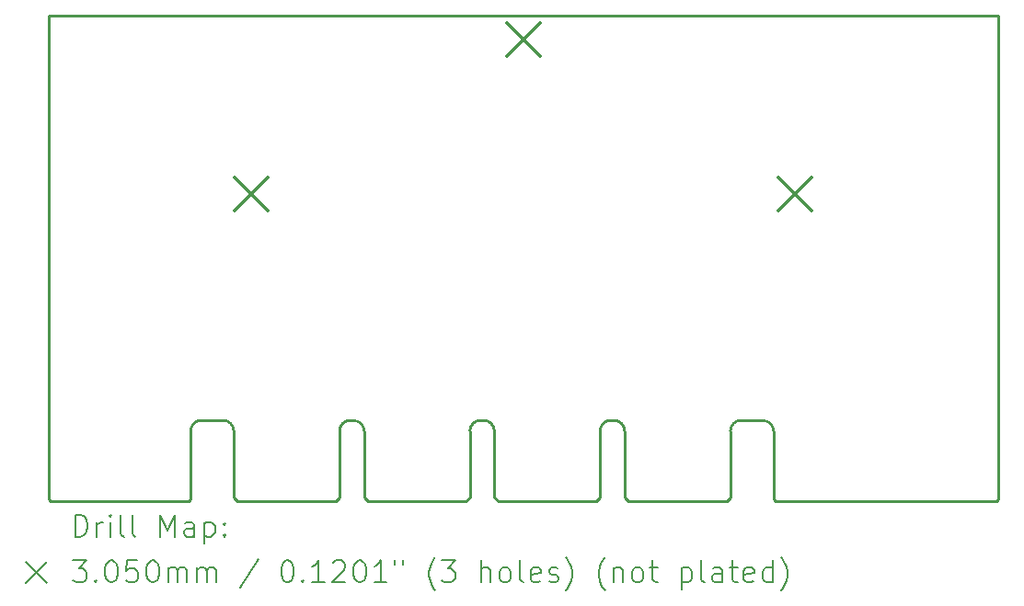
<source format=gbr>
%TF.GenerationSoftware,KiCad,Pcbnew,(6.0.10)*%
%TF.CreationDate,2023-02-27T01:31:49-05:00*%
%TF.ProjectId,vehicle side connector,76656869-636c-4652-9073-69646520636f,rev?*%
%TF.SameCoordinates,Original*%
%TF.FileFunction,Drillmap*%
%TF.FilePolarity,Positive*%
%FSLAX45Y45*%
G04 Gerber Fmt 4.5, Leading zero omitted, Abs format (unit mm)*
G04 Created by KiCad (PCBNEW (6.0.10)) date 2023-02-27 01:31:49*
%MOMM*%
%LPD*%
G01*
G04 APERTURE LIST*
%ADD10C,0.250000*%
%ADD11C,0.200000*%
%ADD12C,0.305000*%
G04 APERTURE END LIST*
D10*
X12131500Y-10928940D02*
G75*
G03*
X12031500Y-11028938I0J-100000D01*
G01*
X12464062Y-11677067D02*
X13364938Y-11677067D01*
X13501000Y-10928940D02*
G75*
G03*
X13401000Y-11028938I0J-100000D01*
G01*
X12428000Y-11641005D02*
X12464062Y-11677067D01*
X13401000Y-11641005D02*
X13401000Y-11028938D01*
X13663062Y-11677067D02*
X14563938Y-11677067D01*
X10741885Y-11677067D02*
X12013115Y-11677067D01*
X14826000Y-11028938D02*
X14826000Y-11641005D01*
X12031500Y-11658683D02*
X12031500Y-11028938D01*
X12131500Y-10928938D02*
X12328000Y-10928938D01*
X14826002Y-11028938D02*
G75*
G03*
X14726000Y-10928938I-100003J-3D01*
G01*
X15899000Y-10928940D02*
G75*
G03*
X15799000Y-11028938I0J-100000D01*
G01*
X19464500Y-7203937D02*
X10723500Y-7203937D01*
X13627002Y-11028938D02*
G75*
G03*
X13527000Y-10928938I-100003J-3D01*
G01*
X10723500Y-11658683D02*
X10741885Y-11677067D01*
X15762938Y-11677067D02*
X15799000Y-11641005D01*
X17394500Y-11028938D02*
X17394500Y-11658683D01*
X15899000Y-10928938D02*
X15925000Y-10928938D01*
X13501000Y-10928938D02*
X13527000Y-10928938D01*
X16025002Y-11028938D02*
G75*
G03*
X15925000Y-10928938I-100003J-3D01*
G01*
X16025000Y-11028938D02*
X16025000Y-11641005D01*
X16961938Y-11677067D02*
X16998000Y-11641005D01*
X12013115Y-11677067D02*
X12031500Y-11658683D01*
X16998000Y-11641005D02*
X16998000Y-11028938D01*
X14700000Y-10928940D02*
G75*
G03*
X14600000Y-11028938I0J-100000D01*
G01*
X12428000Y-11028938D02*
X12428000Y-11641005D01*
X17098000Y-10928940D02*
G75*
G03*
X16998000Y-11028938I0J-100000D01*
G01*
X14826000Y-11641005D02*
X14862062Y-11677067D01*
X14700000Y-10928938D02*
X14726000Y-10928938D01*
X12428002Y-11028938D02*
G75*
G03*
X12328000Y-10928938I-100003J-3D01*
G01*
X19446115Y-11677067D02*
X19464500Y-11658683D01*
X16061062Y-11677067D02*
X16961938Y-11677067D01*
X19464500Y-11658683D02*
X19464500Y-7203937D01*
X13627000Y-11028938D02*
X13627000Y-11641005D01*
X13364938Y-11677067D02*
X13401000Y-11641005D01*
X16025000Y-11641005D02*
X16061062Y-11677067D01*
X13627000Y-11641005D02*
X13663062Y-11677067D01*
X14862062Y-11677067D02*
X15762938Y-11677067D01*
X17412885Y-11677067D02*
X19446115Y-11677067D01*
X17394503Y-11028938D02*
G75*
G03*
X17294500Y-10928938I-100003J-3D01*
G01*
X17394500Y-11658683D02*
X17412885Y-11677067D01*
X14563938Y-11677067D02*
X14600000Y-11641005D01*
X14600000Y-11641005D02*
X14600000Y-11028938D01*
X17098000Y-10928938D02*
X17294500Y-10928938D01*
X10723500Y-7203937D02*
X10723500Y-11658683D01*
X15799000Y-11641005D02*
X15799000Y-11028938D01*
D11*
D12*
X12437640Y-8692820D02*
X12742640Y-8997820D01*
X12742640Y-8692820D02*
X12437640Y-8997820D01*
X14938560Y-7272600D02*
X15243560Y-7577600D01*
X15243560Y-7272600D02*
X14938560Y-7577600D01*
X17438880Y-8693820D02*
X17743880Y-8998820D01*
X17743880Y-8693820D02*
X17438880Y-8998820D01*
D11*
X10968619Y-12000043D02*
X10968619Y-11800043D01*
X11016238Y-11800043D01*
X11044810Y-11809567D01*
X11063857Y-11828615D01*
X11073381Y-11847663D01*
X11082905Y-11885758D01*
X11082905Y-11914329D01*
X11073381Y-11952424D01*
X11063857Y-11971472D01*
X11044810Y-11990520D01*
X11016238Y-12000043D01*
X10968619Y-12000043D01*
X11168619Y-12000043D02*
X11168619Y-11866710D01*
X11168619Y-11904805D02*
X11178143Y-11885758D01*
X11187667Y-11876234D01*
X11206714Y-11866710D01*
X11225762Y-11866710D01*
X11292428Y-12000043D02*
X11292428Y-11866710D01*
X11292428Y-11800043D02*
X11282905Y-11809567D01*
X11292428Y-11819091D01*
X11301952Y-11809567D01*
X11292428Y-11800043D01*
X11292428Y-11819091D01*
X11416238Y-12000043D02*
X11397190Y-11990520D01*
X11387667Y-11971472D01*
X11387667Y-11800043D01*
X11521000Y-12000043D02*
X11501952Y-11990520D01*
X11492428Y-11971472D01*
X11492428Y-11800043D01*
X11749571Y-12000043D02*
X11749571Y-11800043D01*
X11816238Y-11942901D01*
X11882905Y-11800043D01*
X11882905Y-12000043D01*
X12063857Y-12000043D02*
X12063857Y-11895282D01*
X12054333Y-11876234D01*
X12035286Y-11866710D01*
X11997190Y-11866710D01*
X11978143Y-11876234D01*
X12063857Y-11990520D02*
X12044809Y-12000043D01*
X11997190Y-12000043D01*
X11978143Y-11990520D01*
X11968619Y-11971472D01*
X11968619Y-11952424D01*
X11978143Y-11933377D01*
X11997190Y-11923853D01*
X12044809Y-11923853D01*
X12063857Y-11914329D01*
X12159095Y-11866710D02*
X12159095Y-12066710D01*
X12159095Y-11876234D02*
X12178143Y-11866710D01*
X12216238Y-11866710D01*
X12235286Y-11876234D01*
X12244809Y-11885758D01*
X12254333Y-11904805D01*
X12254333Y-11961948D01*
X12244809Y-11980996D01*
X12235286Y-11990520D01*
X12216238Y-12000043D01*
X12178143Y-12000043D01*
X12159095Y-11990520D01*
X12340048Y-11980996D02*
X12349571Y-11990520D01*
X12340048Y-12000043D01*
X12330524Y-11990520D01*
X12340048Y-11980996D01*
X12340048Y-12000043D01*
X12340048Y-11876234D02*
X12349571Y-11885758D01*
X12340048Y-11895282D01*
X12330524Y-11885758D01*
X12340048Y-11876234D01*
X12340048Y-11895282D01*
X10511000Y-12229567D02*
X10711000Y-12429567D01*
X10711000Y-12229567D02*
X10511000Y-12429567D01*
X10949571Y-12220043D02*
X11073381Y-12220043D01*
X11006714Y-12296234D01*
X11035286Y-12296234D01*
X11054333Y-12305758D01*
X11063857Y-12315282D01*
X11073381Y-12334329D01*
X11073381Y-12381948D01*
X11063857Y-12400996D01*
X11054333Y-12410520D01*
X11035286Y-12420043D01*
X10978143Y-12420043D01*
X10959095Y-12410520D01*
X10949571Y-12400996D01*
X11159095Y-12400996D02*
X11168619Y-12410520D01*
X11159095Y-12420043D01*
X11149571Y-12410520D01*
X11159095Y-12400996D01*
X11159095Y-12420043D01*
X11292428Y-12220043D02*
X11311476Y-12220043D01*
X11330524Y-12229567D01*
X11340048Y-12239091D01*
X11349571Y-12258139D01*
X11359095Y-12296234D01*
X11359095Y-12343853D01*
X11349571Y-12381948D01*
X11340048Y-12400996D01*
X11330524Y-12410520D01*
X11311476Y-12420043D01*
X11292428Y-12420043D01*
X11273381Y-12410520D01*
X11263857Y-12400996D01*
X11254333Y-12381948D01*
X11244809Y-12343853D01*
X11244809Y-12296234D01*
X11254333Y-12258139D01*
X11263857Y-12239091D01*
X11273381Y-12229567D01*
X11292428Y-12220043D01*
X11540048Y-12220043D02*
X11444809Y-12220043D01*
X11435286Y-12315282D01*
X11444809Y-12305758D01*
X11463857Y-12296234D01*
X11511476Y-12296234D01*
X11530524Y-12305758D01*
X11540048Y-12315282D01*
X11549571Y-12334329D01*
X11549571Y-12381948D01*
X11540048Y-12400996D01*
X11530524Y-12410520D01*
X11511476Y-12420043D01*
X11463857Y-12420043D01*
X11444809Y-12410520D01*
X11435286Y-12400996D01*
X11673381Y-12220043D02*
X11692428Y-12220043D01*
X11711476Y-12229567D01*
X11721000Y-12239091D01*
X11730524Y-12258139D01*
X11740048Y-12296234D01*
X11740048Y-12343853D01*
X11730524Y-12381948D01*
X11721000Y-12400996D01*
X11711476Y-12410520D01*
X11692428Y-12420043D01*
X11673381Y-12420043D01*
X11654333Y-12410520D01*
X11644809Y-12400996D01*
X11635286Y-12381948D01*
X11625762Y-12343853D01*
X11625762Y-12296234D01*
X11635286Y-12258139D01*
X11644809Y-12239091D01*
X11654333Y-12229567D01*
X11673381Y-12220043D01*
X11825762Y-12420043D02*
X11825762Y-12286710D01*
X11825762Y-12305758D02*
X11835286Y-12296234D01*
X11854333Y-12286710D01*
X11882905Y-12286710D01*
X11901952Y-12296234D01*
X11911476Y-12315282D01*
X11911476Y-12420043D01*
X11911476Y-12315282D02*
X11921000Y-12296234D01*
X11940048Y-12286710D01*
X11968619Y-12286710D01*
X11987667Y-12296234D01*
X11997190Y-12315282D01*
X11997190Y-12420043D01*
X12092428Y-12420043D02*
X12092428Y-12286710D01*
X12092428Y-12305758D02*
X12101952Y-12296234D01*
X12121000Y-12286710D01*
X12149571Y-12286710D01*
X12168619Y-12296234D01*
X12178143Y-12315282D01*
X12178143Y-12420043D01*
X12178143Y-12315282D02*
X12187667Y-12296234D01*
X12206714Y-12286710D01*
X12235286Y-12286710D01*
X12254333Y-12296234D01*
X12263857Y-12315282D01*
X12263857Y-12420043D01*
X12654333Y-12210520D02*
X12482905Y-12467663D01*
X12911476Y-12220043D02*
X12930524Y-12220043D01*
X12949571Y-12229567D01*
X12959095Y-12239091D01*
X12968619Y-12258139D01*
X12978143Y-12296234D01*
X12978143Y-12343853D01*
X12968619Y-12381948D01*
X12959095Y-12400996D01*
X12949571Y-12410520D01*
X12930524Y-12420043D01*
X12911476Y-12420043D01*
X12892428Y-12410520D01*
X12882905Y-12400996D01*
X12873381Y-12381948D01*
X12863857Y-12343853D01*
X12863857Y-12296234D01*
X12873381Y-12258139D01*
X12882905Y-12239091D01*
X12892428Y-12229567D01*
X12911476Y-12220043D01*
X13063857Y-12400996D02*
X13073381Y-12410520D01*
X13063857Y-12420043D01*
X13054333Y-12410520D01*
X13063857Y-12400996D01*
X13063857Y-12420043D01*
X13263857Y-12420043D02*
X13149571Y-12420043D01*
X13206714Y-12420043D02*
X13206714Y-12220043D01*
X13187667Y-12248615D01*
X13168619Y-12267663D01*
X13149571Y-12277186D01*
X13340048Y-12239091D02*
X13349571Y-12229567D01*
X13368619Y-12220043D01*
X13416238Y-12220043D01*
X13435286Y-12229567D01*
X13444809Y-12239091D01*
X13454333Y-12258139D01*
X13454333Y-12277186D01*
X13444809Y-12305758D01*
X13330524Y-12420043D01*
X13454333Y-12420043D01*
X13578143Y-12220043D02*
X13597190Y-12220043D01*
X13616238Y-12229567D01*
X13625762Y-12239091D01*
X13635286Y-12258139D01*
X13644809Y-12296234D01*
X13644809Y-12343853D01*
X13635286Y-12381948D01*
X13625762Y-12400996D01*
X13616238Y-12410520D01*
X13597190Y-12420043D01*
X13578143Y-12420043D01*
X13559095Y-12410520D01*
X13549571Y-12400996D01*
X13540048Y-12381948D01*
X13530524Y-12343853D01*
X13530524Y-12296234D01*
X13540048Y-12258139D01*
X13549571Y-12239091D01*
X13559095Y-12229567D01*
X13578143Y-12220043D01*
X13835286Y-12420043D02*
X13721000Y-12420043D01*
X13778143Y-12420043D02*
X13778143Y-12220043D01*
X13759095Y-12248615D01*
X13740048Y-12267663D01*
X13721000Y-12277186D01*
X13911476Y-12220043D02*
X13911476Y-12258139D01*
X13987667Y-12220043D02*
X13987667Y-12258139D01*
X14282905Y-12496234D02*
X14273381Y-12486710D01*
X14254333Y-12458139D01*
X14244809Y-12439091D01*
X14235286Y-12410520D01*
X14225762Y-12362901D01*
X14225762Y-12324805D01*
X14235286Y-12277186D01*
X14244809Y-12248615D01*
X14254333Y-12229567D01*
X14273381Y-12200996D01*
X14282905Y-12191472D01*
X14340048Y-12220043D02*
X14463857Y-12220043D01*
X14397190Y-12296234D01*
X14425762Y-12296234D01*
X14444809Y-12305758D01*
X14454333Y-12315282D01*
X14463857Y-12334329D01*
X14463857Y-12381948D01*
X14454333Y-12400996D01*
X14444809Y-12410520D01*
X14425762Y-12420043D01*
X14368619Y-12420043D01*
X14349571Y-12410520D01*
X14340048Y-12400996D01*
X14701952Y-12420043D02*
X14701952Y-12220043D01*
X14787667Y-12420043D02*
X14787667Y-12315282D01*
X14778143Y-12296234D01*
X14759095Y-12286710D01*
X14730524Y-12286710D01*
X14711476Y-12296234D01*
X14701952Y-12305758D01*
X14911476Y-12420043D02*
X14892428Y-12410520D01*
X14882905Y-12400996D01*
X14873381Y-12381948D01*
X14873381Y-12324805D01*
X14882905Y-12305758D01*
X14892428Y-12296234D01*
X14911476Y-12286710D01*
X14940048Y-12286710D01*
X14959095Y-12296234D01*
X14968619Y-12305758D01*
X14978143Y-12324805D01*
X14978143Y-12381948D01*
X14968619Y-12400996D01*
X14959095Y-12410520D01*
X14940048Y-12420043D01*
X14911476Y-12420043D01*
X15092428Y-12420043D02*
X15073381Y-12410520D01*
X15063857Y-12391472D01*
X15063857Y-12220043D01*
X15244809Y-12410520D02*
X15225762Y-12420043D01*
X15187667Y-12420043D01*
X15168619Y-12410520D01*
X15159095Y-12391472D01*
X15159095Y-12315282D01*
X15168619Y-12296234D01*
X15187667Y-12286710D01*
X15225762Y-12286710D01*
X15244809Y-12296234D01*
X15254333Y-12315282D01*
X15254333Y-12334329D01*
X15159095Y-12353377D01*
X15330524Y-12410520D02*
X15349571Y-12420043D01*
X15387667Y-12420043D01*
X15406714Y-12410520D01*
X15416238Y-12391472D01*
X15416238Y-12381948D01*
X15406714Y-12362901D01*
X15387667Y-12353377D01*
X15359095Y-12353377D01*
X15340048Y-12343853D01*
X15330524Y-12324805D01*
X15330524Y-12315282D01*
X15340048Y-12296234D01*
X15359095Y-12286710D01*
X15387667Y-12286710D01*
X15406714Y-12296234D01*
X15482905Y-12496234D02*
X15492428Y-12486710D01*
X15511476Y-12458139D01*
X15521000Y-12439091D01*
X15530524Y-12410520D01*
X15540048Y-12362901D01*
X15540048Y-12324805D01*
X15530524Y-12277186D01*
X15521000Y-12248615D01*
X15511476Y-12229567D01*
X15492428Y-12200996D01*
X15482905Y-12191472D01*
X15844809Y-12496234D02*
X15835286Y-12486710D01*
X15816238Y-12458139D01*
X15806714Y-12439091D01*
X15797190Y-12410520D01*
X15787667Y-12362901D01*
X15787667Y-12324805D01*
X15797190Y-12277186D01*
X15806714Y-12248615D01*
X15816238Y-12229567D01*
X15835286Y-12200996D01*
X15844809Y-12191472D01*
X15921000Y-12286710D02*
X15921000Y-12420043D01*
X15921000Y-12305758D02*
X15930524Y-12296234D01*
X15949571Y-12286710D01*
X15978143Y-12286710D01*
X15997190Y-12296234D01*
X16006714Y-12315282D01*
X16006714Y-12420043D01*
X16130524Y-12420043D02*
X16111476Y-12410520D01*
X16101952Y-12400996D01*
X16092428Y-12381948D01*
X16092428Y-12324805D01*
X16101952Y-12305758D01*
X16111476Y-12296234D01*
X16130524Y-12286710D01*
X16159095Y-12286710D01*
X16178143Y-12296234D01*
X16187667Y-12305758D01*
X16197190Y-12324805D01*
X16197190Y-12381948D01*
X16187667Y-12400996D01*
X16178143Y-12410520D01*
X16159095Y-12420043D01*
X16130524Y-12420043D01*
X16254333Y-12286710D02*
X16330524Y-12286710D01*
X16282905Y-12220043D02*
X16282905Y-12391472D01*
X16292428Y-12410520D01*
X16311476Y-12420043D01*
X16330524Y-12420043D01*
X16549571Y-12286710D02*
X16549571Y-12486710D01*
X16549571Y-12296234D02*
X16568619Y-12286710D01*
X16606714Y-12286710D01*
X16625762Y-12296234D01*
X16635286Y-12305758D01*
X16644809Y-12324805D01*
X16644809Y-12381948D01*
X16635286Y-12400996D01*
X16625762Y-12410520D01*
X16606714Y-12420043D01*
X16568619Y-12420043D01*
X16549571Y-12410520D01*
X16759095Y-12420043D02*
X16740048Y-12410520D01*
X16730524Y-12391472D01*
X16730524Y-12220043D01*
X16921000Y-12420043D02*
X16921000Y-12315282D01*
X16911476Y-12296234D01*
X16892429Y-12286710D01*
X16854333Y-12286710D01*
X16835286Y-12296234D01*
X16921000Y-12410520D02*
X16901952Y-12420043D01*
X16854333Y-12420043D01*
X16835286Y-12410520D01*
X16825762Y-12391472D01*
X16825762Y-12372424D01*
X16835286Y-12353377D01*
X16854333Y-12343853D01*
X16901952Y-12343853D01*
X16921000Y-12334329D01*
X16987667Y-12286710D02*
X17063857Y-12286710D01*
X17016238Y-12220043D02*
X17016238Y-12391472D01*
X17025762Y-12410520D01*
X17044810Y-12420043D01*
X17063857Y-12420043D01*
X17206714Y-12410520D02*
X17187667Y-12420043D01*
X17149571Y-12420043D01*
X17130524Y-12410520D01*
X17121000Y-12391472D01*
X17121000Y-12315282D01*
X17130524Y-12296234D01*
X17149571Y-12286710D01*
X17187667Y-12286710D01*
X17206714Y-12296234D01*
X17216238Y-12315282D01*
X17216238Y-12334329D01*
X17121000Y-12353377D01*
X17387667Y-12420043D02*
X17387667Y-12220043D01*
X17387667Y-12410520D02*
X17368619Y-12420043D01*
X17330524Y-12420043D01*
X17311476Y-12410520D01*
X17301952Y-12400996D01*
X17292429Y-12381948D01*
X17292429Y-12324805D01*
X17301952Y-12305758D01*
X17311476Y-12296234D01*
X17330524Y-12286710D01*
X17368619Y-12286710D01*
X17387667Y-12296234D01*
X17463857Y-12496234D02*
X17473381Y-12486710D01*
X17492429Y-12458139D01*
X17501952Y-12439091D01*
X17511476Y-12410520D01*
X17521000Y-12362901D01*
X17521000Y-12324805D01*
X17511476Y-12277186D01*
X17501952Y-12248615D01*
X17492429Y-12229567D01*
X17473381Y-12200996D01*
X17463857Y-12191472D01*
M02*

</source>
